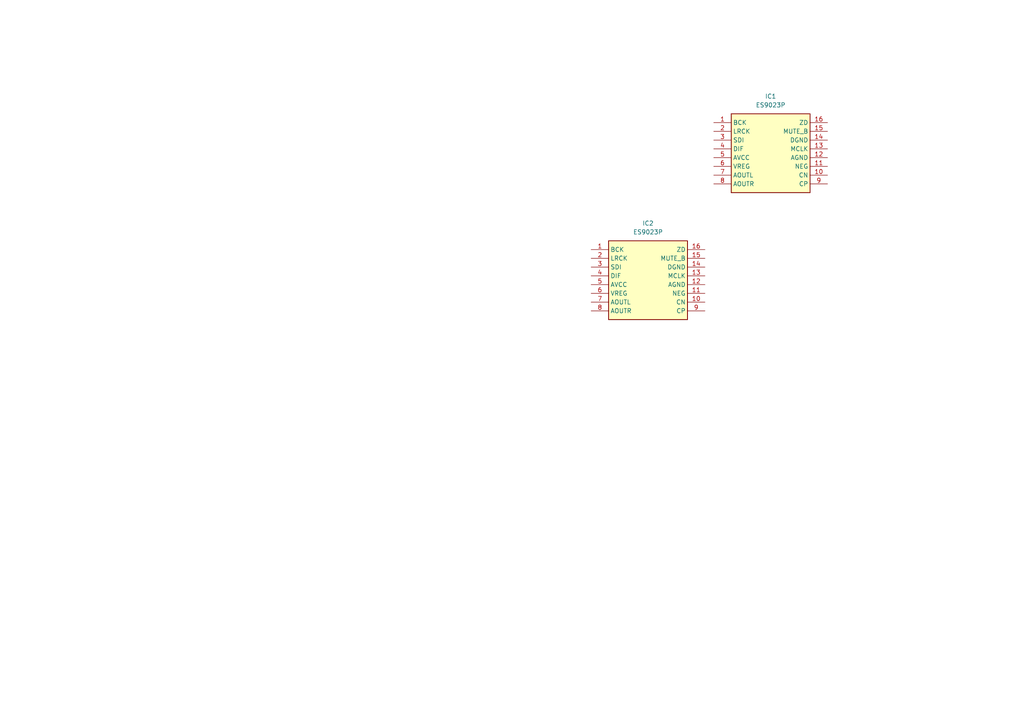
<source format=kicad_sch>
(kicad_sch
	(version 20231120)
	(generator "eeschema")
	(generator_version "8.0")
	(uuid "016e3abb-2c63-4e97-bd17-a319378d2b2b")
	(paper "A4")
	(lib_symbols
		(symbol "esp32lib:ES9023P"
			(exclude_from_sim no)
			(in_bom yes)
			(on_board yes)
			(property "Reference" "IC"
				(at 29.21 7.62 0)
				(effects
					(font
						(size 1.27 1.27)
					)
					(justify left top)
				)
			)
			(property "Value" "ES9023P"
				(at 29.21 5.08 0)
				(effects
					(font
						(size 1.27 1.27)
					)
					(justify left top)
				)
			)
			(property "Footprint" "customfootprints:SOIC127P600X175-16N"
				(at 29.21 -94.92 0)
				(effects
					(font
						(size 1.27 1.27)
					)
					(justify left top)
					(hide yes)
				)
			)
			(property "Datasheet" ""
				(at 29.21 -194.92 0)
				(effects
					(font
						(size 1.27 1.27)
					)
					(justify left top)
					(hide yes)
				)
			)
			(property "Description" "Audio D/A Converter ICs Sabre 2V RMS stereo DAC"
				(at 0 0 0)
				(effects
					(font
						(size 1.27 1.27)
					)
					(hide yes)
				)
			)
			(property "Height" "1.75"
				(at 29.21 -394.92 0)
				(effects
					(font
						(size 1.27 1.27)
					)
					(justify left top)
					(hide yes)
				)
			)
			(property "Mouser Part Number" "460-ES9023P"
				(at 29.21 -494.92 0)
				(effects
					(font
						(size 1.27 1.27)
					)
					(justify left top)
					(hide yes)
				)
			)
			(property "Mouser Price/Stock" "https://www.mouser.co.uk/ProductDetail/ESS-Technology/ES9023P?qs=sPbYRqrBIVn%252BcPkDS1h3%252BQ%3D%3D"
				(at 29.21 -594.92 0)
				(effects
					(font
						(size 1.27 1.27)
					)
					(justify left top)
					(hide yes)
				)
			)
			(property "Manufacturer_Name" "ESS Technology"
				(at 29.21 -694.92 0)
				(effects
					(font
						(size 1.27 1.27)
					)
					(justify left top)
					(hide yes)
				)
			)
			(property "Manufacturer_Part_Number" "ES9023P"
				(at 29.21 -794.92 0)
				(effects
					(font
						(size 1.27 1.27)
					)
					(justify left top)
					(hide yes)
				)
			)
			(symbol "ES9023P_1_1"
				(rectangle
					(start 5.08 2.54)
					(end 27.94 -20.32)
					(stroke
						(width 0.254)
						(type default)
					)
					(fill
						(type background)
					)
				)
				(pin passive line
					(at 0 0 0)
					(length 5.08)
					(name "BCK"
						(effects
							(font
								(size 1.27 1.27)
							)
						)
					)
					(number "1"
						(effects
							(font
								(size 1.27 1.27)
							)
						)
					)
				)
				(pin passive line
					(at 33.02 -15.24 180)
					(length 5.08)
					(name "CN"
						(effects
							(font
								(size 1.27 1.27)
							)
						)
					)
					(number "10"
						(effects
							(font
								(size 1.27 1.27)
							)
						)
					)
				)
				(pin passive line
					(at 33.02 -12.7 180)
					(length 5.08)
					(name "NEG"
						(effects
							(font
								(size 1.27 1.27)
							)
						)
					)
					(number "11"
						(effects
							(font
								(size 1.27 1.27)
							)
						)
					)
				)
				(pin passive line
					(at 33.02 -10.16 180)
					(length 5.08)
					(name "AGND"
						(effects
							(font
								(size 1.27 1.27)
							)
						)
					)
					(number "12"
						(effects
							(font
								(size 1.27 1.27)
							)
						)
					)
				)
				(pin passive line
					(at 33.02 -7.62 180)
					(length 5.08)
					(name "MCLK"
						(effects
							(font
								(size 1.27 1.27)
							)
						)
					)
					(number "13"
						(effects
							(font
								(size 1.27 1.27)
							)
						)
					)
				)
				(pin passive line
					(at 33.02 -5.08 180)
					(length 5.08)
					(name "DGND"
						(effects
							(font
								(size 1.27 1.27)
							)
						)
					)
					(number "14"
						(effects
							(font
								(size 1.27 1.27)
							)
						)
					)
				)
				(pin passive line
					(at 33.02 -2.54 180)
					(length 5.08)
					(name "MUTE_B"
						(effects
							(font
								(size 1.27 1.27)
							)
						)
					)
					(number "15"
						(effects
							(font
								(size 1.27 1.27)
							)
						)
					)
				)
				(pin passive line
					(at 33.02 0 180)
					(length 5.08)
					(name "ZD"
						(effects
							(font
								(size 1.27 1.27)
							)
						)
					)
					(number "16"
						(effects
							(font
								(size 1.27 1.27)
							)
						)
					)
				)
				(pin passive line
					(at 0 -2.54 0)
					(length 5.08)
					(name "LRCK"
						(effects
							(font
								(size 1.27 1.27)
							)
						)
					)
					(number "2"
						(effects
							(font
								(size 1.27 1.27)
							)
						)
					)
				)
				(pin passive line
					(at 0 -5.08 0)
					(length 5.08)
					(name "SDI"
						(effects
							(font
								(size 1.27 1.27)
							)
						)
					)
					(number "3"
						(effects
							(font
								(size 1.27 1.27)
							)
						)
					)
				)
				(pin passive line
					(at 0 -7.62 0)
					(length 5.08)
					(name "DIF"
						(effects
							(font
								(size 1.27 1.27)
							)
						)
					)
					(number "4"
						(effects
							(font
								(size 1.27 1.27)
							)
						)
					)
				)
				(pin passive line
					(at 0 -10.16 0)
					(length 5.08)
					(name "AVCC"
						(effects
							(font
								(size 1.27 1.27)
							)
						)
					)
					(number "5"
						(effects
							(font
								(size 1.27 1.27)
							)
						)
					)
				)
				(pin passive line
					(at 0 -12.7 0)
					(length 5.08)
					(name "VREG"
						(effects
							(font
								(size 1.27 1.27)
							)
						)
					)
					(number "6"
						(effects
							(font
								(size 1.27 1.27)
							)
						)
					)
				)
				(pin passive line
					(at 0 -15.24 0)
					(length 5.08)
					(name "AOUTL"
						(effects
							(font
								(size 1.27 1.27)
							)
						)
					)
					(number "7"
						(effects
							(font
								(size 1.27 1.27)
							)
						)
					)
				)
				(pin passive line
					(at 0 -17.78 0)
					(length 5.08)
					(name "AOUTR"
						(effects
							(font
								(size 1.27 1.27)
							)
						)
					)
					(number "8"
						(effects
							(font
								(size 1.27 1.27)
							)
						)
					)
				)
				(pin passive line
					(at 33.02 -17.78 180)
					(length 5.08)
					(name "CP"
						(effects
							(font
								(size 1.27 1.27)
							)
						)
					)
					(number "9"
						(effects
							(font
								(size 1.27 1.27)
							)
						)
					)
				)
			)
		)
	)
	(symbol
		(lib_id "esp32lib:ES9023P")
		(at 207.01 35.56 0)
		(unit 1)
		(exclude_from_sim no)
		(in_bom yes)
		(on_board yes)
		(dnp no)
		(fields_autoplaced yes)
		(uuid "477bd75d-cdd8-485e-879e-836d5ef9fc41")
		(property "Reference" "IC1"
			(at 223.52 27.94 0)
			(effects
				(font
					(size 1.27 1.27)
				)
			)
		)
		(property "Value" "ES9023P"
			(at 223.52 30.48 0)
			(effects
				(font
					(size 1.27 1.27)
				)
			)
		)
		(property "Footprint" "customfootprints:SOIC127P600X175-16N"
			(at 236.22 130.48 0)
			(effects
				(font
					(size 1.27 1.27)
				)
				(justify left top)
				(hide yes)
			)
		)
		(property "Datasheet" ""
			(at 236.22 230.48 0)
			(effects
				(font
					(size 1.27 1.27)
				)
				(justify left top)
				(hide yes)
			)
		)
		(property "Description" "Audio D/A Converter ICs Sabre 2V RMS stereo DAC"
			(at 207.01 35.56 0)
			(effects
				(font
					(size 1.27 1.27)
				)
				(hide yes)
			)
		)
		(property "Height" "1.75"
			(at 236.22 430.48 0)
			(effects
				(font
					(size 1.27 1.27)
				)
				(justify left top)
				(hide yes)
			)
		)
		(property "Mouser Part Number" "460-ES9023P"
			(at 236.22 530.48 0)
			(effects
				(font
					(size 1.27 1.27)
				)
				(justify left top)
				(hide yes)
			)
		)
		(property "Mouser Price/Stock" "https://www.mouser.co.uk/ProductDetail/ESS-Technology/ES9023P?qs=sPbYRqrBIVn%252BcPkDS1h3%252BQ%3D%3D"
			(at 236.22 630.48 0)
			(effects
				(font
					(size 1.27 1.27)
				)
				(justify left top)
				(hide yes)
			)
		)
		(property "Manufacturer_Name" "ESS Technology"
			(at 236.22 730.48 0)
			(effects
				(font
					(size 1.27 1.27)
				)
				(justify left top)
				(hide yes)
			)
		)
		(property "Manufacturer_Part_Number" "ES9023P"
			(at 236.22 830.48 0)
			(effects
				(font
					(size 1.27 1.27)
				)
				(justify left top)
				(hide yes)
			)
		)
		(pin "9"
			(uuid "208dc942-e74c-417e-804b-f90b832911e3")
		)
		(pin "4"
			(uuid "feee1d6d-6bb9-4bdd-a6ed-b37382ab49df")
		)
		(pin "2"
			(uuid "fa6cb8ca-dc91-4f36-87b6-3700007b85b6")
		)
		(pin "5"
			(uuid "d3f83cda-d168-4e77-b6b7-c8327c89fecf")
		)
		(pin "10"
			(uuid "d6b88c6b-4685-4324-af7d-d9e7dda9dc9d")
		)
		(pin "7"
			(uuid "10757efa-3da8-42fc-a509-844b7520aad1")
		)
		(pin "15"
			(uuid "4df2255d-8395-4fc4-919f-316dc6154143")
		)
		(pin "16"
			(uuid "d17c8e05-20b8-4e1c-a409-75fbf422c3e5")
		)
		(pin "6"
			(uuid "3baceffa-735f-4cb1-8d77-fa1be18c3930")
		)
		(pin "8"
			(uuid "1e719def-c706-431c-9012-edd24d325402")
		)
		(pin "13"
			(uuid "0138bde2-4af0-4822-9094-14cf159a663c")
		)
		(pin "1"
			(uuid "624f6869-7766-4c25-8a49-266f9bbbd9ec")
		)
		(pin "14"
			(uuid "0e353526-9530-4fa8-90a2-229a0e87afd0")
		)
		(pin "11"
			(uuid "53495bc6-7495-4e3c-9537-0fcff049dbb9")
		)
		(pin "12"
			(uuid "c9c39660-2803-4a1c-a8ea-68fa3ae8d317")
		)
		(pin "3"
			(uuid "c749d669-35c7-4dc5-bdeb-19a780fc30d2")
		)
		(instances
			(project ""
				(path "/c4754426-a41b-4341-9d09-2e389619f3d6/a94728e7-5369-4898-bc9c-adaf2aafacfb/157057dc-edda-48cb-83c9-cb6b8a11bb6d"
					(reference "IC1")
					(unit 1)
				)
			)
		)
	)
	(symbol
		(lib_id "esp32lib:ES9023P")
		(at 171.45 72.39 0)
		(unit 1)
		(exclude_from_sim no)
		(in_bom yes)
		(on_board yes)
		(dnp no)
		(fields_autoplaced yes)
		(uuid "b60bd053-8da8-48dc-9e33-e99b7849630f")
		(property "Reference" "IC2"
			(at 187.96 64.77 0)
			(effects
				(font
					(size 1.27 1.27)
				)
			)
		)
		(property "Value" "ES9023P"
			(at 187.96 67.31 0)
			(effects
				(font
					(size 1.27 1.27)
				)
			)
		)
		(property "Footprint" "customfootprints:SOIC127P600X175-16N"
			(at 200.66 167.31 0)
			(effects
				(font
					(size 1.27 1.27)
				)
				(justify left top)
				(hide yes)
			)
		)
		(property "Datasheet" ""
			(at 200.66 267.31 0)
			(effects
				(font
					(size 1.27 1.27)
				)
				(justify left top)
				(hide yes)
			)
		)
		(property "Description" "Audio D/A Converter ICs Sabre 2V RMS stereo DAC"
			(at 171.45 72.39 0)
			(effects
				(font
					(size 1.27 1.27)
				)
				(hide yes)
			)
		)
		(property "Height" "1.75"
			(at 200.66 467.31 0)
			(effects
				(font
					(size 1.27 1.27)
				)
				(justify left top)
				(hide yes)
			)
		)
		(property "Mouser Part Number" "460-ES9023P"
			(at 200.66 567.31 0)
			(effects
				(font
					(size 1.27 1.27)
				)
				(justify left top)
				(hide yes)
			)
		)
		(property "Mouser Price/Stock" "https://www.mouser.co.uk/ProductDetail/ESS-Technology/ES9023P?qs=sPbYRqrBIVn%252BcPkDS1h3%252BQ%3D%3D"
			(at 200.66 667.31 0)
			(effects
				(font
					(size 1.27 1.27)
				)
				(justify left top)
				(hide yes)
			)
		)
		(property "Manufacturer_Name" "ESS Technology"
			(at 200.66 767.31 0)
			(effects
				(font
					(size 1.27 1.27)
				)
				(justify left top)
				(hide yes)
			)
		)
		(property "Manufacturer_Part_Number" "ES9023P"
			(at 200.66 867.31 0)
			(effects
				(font
					(size 1.27 1.27)
				)
				(justify left top)
				(hide yes)
			)
		)
		(pin "9"
			(uuid "40686786-63e2-4c30-95f9-d9426849760c")
		)
		(pin "4"
			(uuid "96caff26-c192-4725-bd09-f3294083ebda")
		)
		(pin "2"
			(uuid "528d7241-0466-433e-80f8-137658126c5d")
		)
		(pin "5"
			(uuid "c3ed084b-9b0c-4469-a26a-383e8af3c08f")
		)
		(pin "10"
			(uuid "3727535c-a0a9-4c02-b316-e4b1410330dc")
		)
		(pin "7"
			(uuid "e61f4a3f-1086-4c60-a107-138e58419d59")
		)
		(pin "15"
			(uuid "9cff7ac5-a22a-4dec-90a5-dafd4a1a521d")
		)
		(pin "16"
			(uuid "3c50b646-99f8-4db2-b634-7aee6c5e1183")
		)
		(pin "6"
			(uuid "9e6968bc-80e6-41e9-9697-19035e5ab109")
		)
		(pin "8"
			(uuid "c2a3fe87-7323-4313-aef2-dd1ba611769d")
		)
		(pin "13"
			(uuid "21fda29c-2176-4ead-91c6-d18c1f88e7c0")
		)
		(pin "1"
			(uuid "b2eec400-7bff-4c61-93c7-11c27fcd9a53")
		)
		(pin "14"
			(uuid "d3359901-2874-489d-8164-9ef29f5dde44")
		)
		(pin "11"
			(uuid "0756e0e8-8202-4211-b852-24d2d877c6b1")
		)
		(pin "12"
			(uuid "957d94aa-431e-43a0-a9b2-f549578a60b5")
		)
		(pin "3"
			(uuid "0a7b2c78-45a0-4356-8bca-2000b3460049")
		)
		(instances
			(project "esp32"
				(path "/c4754426-a41b-4341-9d09-2e389619f3d6/a94728e7-5369-4898-bc9c-adaf2aafacfb/157057dc-edda-48cb-83c9-cb6b8a11bb6d"
					(reference "IC2")
					(unit 1)
				)
			)
		)
	)
)

</source>
